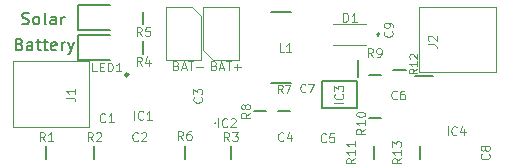
<source format=gbr>
%TF.GenerationSoftware,KiCad,Pcbnew,(6.0.2)*%
%TF.CreationDate,2022-03-10T12:52:18+01:00*%
%TF.ProjectId,SolarCharger,536f6c61-7243-4686-9172-6765722e6b69,rev?*%
%TF.SameCoordinates,Original*%
%TF.FileFunction,Legend,Top*%
%TF.FilePolarity,Positive*%
%FSLAX46Y46*%
G04 Gerber Fmt 4.6, Leading zero omitted, Abs format (unit mm)*
G04 Created by KiCad (PCBNEW (6.0.2)) date 2022-03-10 12:52:18*
%MOMM*%
%LPD*%
G01*
G04 APERTURE LIST*
%ADD10C,0.125000*%
%ADD11C,0.150000*%
%ADD12C,0.200000*%
%ADD13C,0.100000*%
%ADD14C,0.120000*%
%ADD15C,0.250000*%
G04 APERTURE END LIST*
D10*
X93082142Y-46346428D02*
X93189285Y-46382142D01*
X93225000Y-46417857D01*
X93260714Y-46489285D01*
X93260714Y-46596428D01*
X93225000Y-46667857D01*
X93189285Y-46703571D01*
X93117857Y-46739285D01*
X92832142Y-46739285D01*
X92832142Y-45989285D01*
X93082142Y-45989285D01*
X93153571Y-46025000D01*
X93189285Y-46060714D01*
X93225000Y-46132142D01*
X93225000Y-46203571D01*
X93189285Y-46275000D01*
X93153571Y-46310714D01*
X93082142Y-46346428D01*
X92832142Y-46346428D01*
X93546428Y-46525000D02*
X93903571Y-46525000D01*
X93475000Y-46739285D02*
X93725000Y-45989285D01*
X93975000Y-46739285D01*
X94117857Y-45989285D02*
X94546428Y-45989285D01*
X94332142Y-46739285D02*
X94332142Y-45989285D01*
X94796428Y-46453571D02*
X95367857Y-46453571D01*
D11*
X80038095Y-42804761D02*
X80180952Y-42852380D01*
X80419047Y-42852380D01*
X80514285Y-42804761D01*
X80561904Y-42757142D01*
X80609523Y-42661904D01*
X80609523Y-42566666D01*
X80561904Y-42471428D01*
X80514285Y-42423809D01*
X80419047Y-42376190D01*
X80228571Y-42328571D01*
X80133333Y-42280952D01*
X80085714Y-42233333D01*
X80038095Y-42138095D01*
X80038095Y-42042857D01*
X80085714Y-41947619D01*
X80133333Y-41900000D01*
X80228571Y-41852380D01*
X80466666Y-41852380D01*
X80609523Y-41900000D01*
X81180952Y-42852380D02*
X81085714Y-42804761D01*
X81038095Y-42757142D01*
X80990476Y-42661904D01*
X80990476Y-42376190D01*
X81038095Y-42280952D01*
X81085714Y-42233333D01*
X81180952Y-42185714D01*
X81323809Y-42185714D01*
X81419047Y-42233333D01*
X81466666Y-42280952D01*
X81514285Y-42376190D01*
X81514285Y-42661904D01*
X81466666Y-42757142D01*
X81419047Y-42804761D01*
X81323809Y-42852380D01*
X81180952Y-42852380D01*
X82085714Y-42852380D02*
X81990476Y-42804761D01*
X81942857Y-42709523D01*
X81942857Y-41852380D01*
X82895238Y-42852380D02*
X82895238Y-42328571D01*
X82847619Y-42233333D01*
X82752380Y-42185714D01*
X82561904Y-42185714D01*
X82466666Y-42233333D01*
X82895238Y-42804761D02*
X82800000Y-42852380D01*
X82561904Y-42852380D01*
X82466666Y-42804761D01*
X82419047Y-42709523D01*
X82419047Y-42614285D01*
X82466666Y-42519047D01*
X82561904Y-42471428D01*
X82800000Y-42471428D01*
X82895238Y-42423809D01*
X83371428Y-42852380D02*
X83371428Y-42185714D01*
X83371428Y-42376190D02*
X83419047Y-42280952D01*
X83466666Y-42233333D01*
X83561904Y-42185714D01*
X83657142Y-42185714D01*
X79828571Y-44528571D02*
X79971428Y-44576190D01*
X80019047Y-44623809D01*
X80066666Y-44719047D01*
X80066666Y-44861904D01*
X80019047Y-44957142D01*
X79971428Y-45004761D01*
X79876190Y-45052380D01*
X79495238Y-45052380D01*
X79495238Y-44052380D01*
X79828571Y-44052380D01*
X79923809Y-44100000D01*
X79971428Y-44147619D01*
X80019047Y-44242857D01*
X80019047Y-44338095D01*
X79971428Y-44433333D01*
X79923809Y-44480952D01*
X79828571Y-44528571D01*
X79495238Y-44528571D01*
X80923809Y-45052380D02*
X80923809Y-44528571D01*
X80876190Y-44433333D01*
X80780952Y-44385714D01*
X80590476Y-44385714D01*
X80495238Y-44433333D01*
X80923809Y-45004761D02*
X80828571Y-45052380D01*
X80590476Y-45052380D01*
X80495238Y-45004761D01*
X80447619Y-44909523D01*
X80447619Y-44814285D01*
X80495238Y-44719047D01*
X80590476Y-44671428D01*
X80828571Y-44671428D01*
X80923809Y-44623809D01*
X81257142Y-44385714D02*
X81638095Y-44385714D01*
X81400000Y-44052380D02*
X81400000Y-44909523D01*
X81447619Y-45004761D01*
X81542857Y-45052380D01*
X81638095Y-45052380D01*
X81828571Y-44385714D02*
X82209523Y-44385714D01*
X81971428Y-44052380D02*
X81971428Y-44909523D01*
X82019047Y-45004761D01*
X82114285Y-45052380D01*
X82209523Y-45052380D01*
X82923809Y-45004761D02*
X82828571Y-45052380D01*
X82638095Y-45052380D01*
X82542857Y-45004761D01*
X82495238Y-44909523D01*
X82495238Y-44528571D01*
X82542857Y-44433333D01*
X82638095Y-44385714D01*
X82828571Y-44385714D01*
X82923809Y-44433333D01*
X82971428Y-44528571D01*
X82971428Y-44623809D01*
X82495238Y-44719047D01*
X83400000Y-45052380D02*
X83400000Y-44385714D01*
X83400000Y-44576190D02*
X83447619Y-44480952D01*
X83495238Y-44433333D01*
X83590476Y-44385714D01*
X83685714Y-44385714D01*
X83923809Y-44385714D02*
X84161904Y-45052380D01*
X84400000Y-44385714D02*
X84161904Y-45052380D01*
X84066666Y-45290476D01*
X84019047Y-45338095D01*
X83923809Y-45385714D01*
D10*
X96282142Y-46346428D02*
X96389285Y-46382142D01*
X96425000Y-46417857D01*
X96460714Y-46489285D01*
X96460714Y-46596428D01*
X96425000Y-46667857D01*
X96389285Y-46703571D01*
X96317857Y-46739285D01*
X96032142Y-46739285D01*
X96032142Y-45989285D01*
X96282142Y-45989285D01*
X96353571Y-46025000D01*
X96389285Y-46060714D01*
X96425000Y-46132142D01*
X96425000Y-46203571D01*
X96389285Y-46275000D01*
X96353571Y-46310714D01*
X96282142Y-46346428D01*
X96032142Y-46346428D01*
X96746428Y-46525000D02*
X97103571Y-46525000D01*
X96675000Y-46739285D02*
X96925000Y-45989285D01*
X97175000Y-46739285D01*
X97317857Y-45989285D02*
X97746428Y-45989285D01*
X97532142Y-46739285D02*
X97532142Y-45989285D01*
X97996428Y-46453571D02*
X98567857Y-46453571D01*
X98282142Y-46739285D02*
X98282142Y-46167857D01*
%TO.C,R6*%
X93675000Y-52639285D02*
X93425000Y-52282142D01*
X93246428Y-52639285D02*
X93246428Y-51889285D01*
X93532142Y-51889285D01*
X93603571Y-51925000D01*
X93639285Y-51960714D01*
X93675000Y-52032142D01*
X93675000Y-52139285D01*
X93639285Y-52210714D01*
X93603571Y-52246428D01*
X93532142Y-52282142D01*
X93246428Y-52282142D01*
X94317857Y-51889285D02*
X94175000Y-51889285D01*
X94103571Y-51925000D01*
X94067857Y-51960714D01*
X93996428Y-52067857D01*
X93960714Y-52210714D01*
X93960714Y-52496428D01*
X93996428Y-52567857D01*
X94032142Y-52603571D01*
X94103571Y-52639285D01*
X94246428Y-52639285D01*
X94317857Y-52603571D01*
X94353571Y-52567857D01*
X94389285Y-52496428D01*
X94389285Y-52317857D01*
X94353571Y-52246428D01*
X94317857Y-52210714D01*
X94246428Y-52175000D01*
X94103571Y-52175000D01*
X94032142Y-52210714D01*
X93996428Y-52246428D01*
X93960714Y-52317857D01*
%TO.C,C1*%
X87075000Y-51067857D02*
X87039285Y-51103571D01*
X86932142Y-51139285D01*
X86860714Y-51139285D01*
X86753571Y-51103571D01*
X86682142Y-51032142D01*
X86646428Y-50960714D01*
X86610714Y-50817857D01*
X86610714Y-50710714D01*
X86646428Y-50567857D01*
X86682142Y-50496428D01*
X86753571Y-50425000D01*
X86860714Y-50389285D01*
X86932142Y-50389285D01*
X87039285Y-50425000D01*
X87075000Y-50460714D01*
X87789285Y-51139285D02*
X87360714Y-51139285D01*
X87575000Y-51139285D02*
X87575000Y-50389285D01*
X87503571Y-50496428D01*
X87432142Y-50567857D01*
X87360714Y-50603571D01*
%TO.C,C2*%
X89855000Y-52667857D02*
X89819285Y-52703571D01*
X89712142Y-52739285D01*
X89640714Y-52739285D01*
X89533571Y-52703571D01*
X89462142Y-52632142D01*
X89426428Y-52560714D01*
X89390714Y-52417857D01*
X89390714Y-52310714D01*
X89426428Y-52167857D01*
X89462142Y-52096428D01*
X89533571Y-52025000D01*
X89640714Y-51989285D01*
X89712142Y-51989285D01*
X89819285Y-52025000D01*
X89855000Y-52060714D01*
X90140714Y-52060714D02*
X90176428Y-52025000D01*
X90247857Y-51989285D01*
X90426428Y-51989285D01*
X90497857Y-52025000D01*
X90533571Y-52060714D01*
X90569285Y-52132142D01*
X90569285Y-52203571D01*
X90533571Y-52310714D01*
X90105000Y-52739285D01*
X90569285Y-52739285D01*
%TO.C,C3*%
X95217857Y-49025000D02*
X95253571Y-49060714D01*
X95289285Y-49167857D01*
X95289285Y-49239285D01*
X95253571Y-49346428D01*
X95182142Y-49417857D01*
X95110714Y-49453571D01*
X94967857Y-49489285D01*
X94860714Y-49489285D01*
X94717857Y-49453571D01*
X94646428Y-49417857D01*
X94575000Y-49346428D01*
X94539285Y-49239285D01*
X94539285Y-49167857D01*
X94575000Y-49060714D01*
X94610714Y-49025000D01*
X94539285Y-48775000D02*
X94539285Y-48310714D01*
X94825000Y-48560714D01*
X94825000Y-48453571D01*
X94860714Y-48382142D01*
X94896428Y-48346428D01*
X94967857Y-48310714D01*
X95146428Y-48310714D01*
X95217857Y-48346428D01*
X95253571Y-48382142D01*
X95289285Y-48453571D01*
X95289285Y-48667857D01*
X95253571Y-48739285D01*
X95217857Y-48775000D01*
%TO.C,C4*%
X102175000Y-52667857D02*
X102139285Y-52703571D01*
X102032142Y-52739285D01*
X101960714Y-52739285D01*
X101853571Y-52703571D01*
X101782142Y-52632142D01*
X101746428Y-52560714D01*
X101710714Y-52417857D01*
X101710714Y-52310714D01*
X101746428Y-52167857D01*
X101782142Y-52096428D01*
X101853571Y-52025000D01*
X101960714Y-51989285D01*
X102032142Y-51989285D01*
X102139285Y-52025000D01*
X102175000Y-52060714D01*
X102817857Y-52239285D02*
X102817857Y-52739285D01*
X102639285Y-51953571D02*
X102460714Y-52489285D01*
X102925000Y-52489285D01*
%TO.C,C5*%
X105775000Y-52767857D02*
X105739285Y-52803571D01*
X105632142Y-52839285D01*
X105560714Y-52839285D01*
X105453571Y-52803571D01*
X105382142Y-52732142D01*
X105346428Y-52660714D01*
X105310714Y-52517857D01*
X105310714Y-52410714D01*
X105346428Y-52267857D01*
X105382142Y-52196428D01*
X105453571Y-52125000D01*
X105560714Y-52089285D01*
X105632142Y-52089285D01*
X105739285Y-52125000D01*
X105775000Y-52160714D01*
X106453571Y-52089285D02*
X106096428Y-52089285D01*
X106060714Y-52446428D01*
X106096428Y-52410714D01*
X106167857Y-52375000D01*
X106346428Y-52375000D01*
X106417857Y-52410714D01*
X106453571Y-52446428D01*
X106489285Y-52517857D01*
X106489285Y-52696428D01*
X106453571Y-52767857D01*
X106417857Y-52803571D01*
X106346428Y-52839285D01*
X106167857Y-52839285D01*
X106096428Y-52803571D01*
X106060714Y-52767857D01*
%TO.C,C6*%
X111755000Y-49137857D02*
X111719285Y-49173571D01*
X111612142Y-49209285D01*
X111540714Y-49209285D01*
X111433571Y-49173571D01*
X111362142Y-49102142D01*
X111326428Y-49030714D01*
X111290714Y-48887857D01*
X111290714Y-48780714D01*
X111326428Y-48637857D01*
X111362142Y-48566428D01*
X111433571Y-48495000D01*
X111540714Y-48459285D01*
X111612142Y-48459285D01*
X111719285Y-48495000D01*
X111755000Y-48530714D01*
X112397857Y-48459285D02*
X112255000Y-48459285D01*
X112183571Y-48495000D01*
X112147857Y-48530714D01*
X112076428Y-48637857D01*
X112040714Y-48780714D01*
X112040714Y-49066428D01*
X112076428Y-49137857D01*
X112112142Y-49173571D01*
X112183571Y-49209285D01*
X112326428Y-49209285D01*
X112397857Y-49173571D01*
X112433571Y-49137857D01*
X112469285Y-49066428D01*
X112469285Y-48887857D01*
X112433571Y-48816428D01*
X112397857Y-48780714D01*
X112326428Y-48745000D01*
X112183571Y-48745000D01*
X112112142Y-48780714D01*
X112076428Y-48816428D01*
X112040714Y-48887857D01*
%TO.C,C7*%
X104023333Y-48540000D02*
X103990000Y-48573333D01*
X103890000Y-48606666D01*
X103823333Y-48606666D01*
X103723333Y-48573333D01*
X103656666Y-48506666D01*
X103623333Y-48440000D01*
X103590000Y-48306666D01*
X103590000Y-48206666D01*
X103623333Y-48073333D01*
X103656666Y-48006666D01*
X103723333Y-47940000D01*
X103823333Y-47906666D01*
X103890000Y-47906666D01*
X103990000Y-47940000D01*
X104023333Y-47973333D01*
X104256666Y-47906666D02*
X104723333Y-47906666D01*
X104423333Y-48606666D01*
%TO.C,C8*%
X119567857Y-53825000D02*
X119603571Y-53860714D01*
X119639285Y-53967857D01*
X119639285Y-54039285D01*
X119603571Y-54146428D01*
X119532142Y-54217857D01*
X119460714Y-54253571D01*
X119317857Y-54289285D01*
X119210714Y-54289285D01*
X119067857Y-54253571D01*
X118996428Y-54217857D01*
X118925000Y-54146428D01*
X118889285Y-54039285D01*
X118889285Y-53967857D01*
X118925000Y-53860714D01*
X118960714Y-53825000D01*
X119210714Y-53396428D02*
X119175000Y-53467857D01*
X119139285Y-53503571D01*
X119067857Y-53539285D01*
X119032142Y-53539285D01*
X118960714Y-53503571D01*
X118925000Y-53467857D01*
X118889285Y-53396428D01*
X118889285Y-53253571D01*
X118925000Y-53182142D01*
X118960714Y-53146428D01*
X119032142Y-53110714D01*
X119067857Y-53110714D01*
X119139285Y-53146428D01*
X119175000Y-53182142D01*
X119210714Y-53253571D01*
X119210714Y-53396428D01*
X119246428Y-53467857D01*
X119282142Y-53503571D01*
X119353571Y-53539285D01*
X119496428Y-53539285D01*
X119567857Y-53503571D01*
X119603571Y-53467857D01*
X119639285Y-53396428D01*
X119639285Y-53253571D01*
X119603571Y-53182142D01*
X119567857Y-53146428D01*
X119496428Y-53110714D01*
X119353571Y-53110714D01*
X119282142Y-53146428D01*
X119246428Y-53182142D01*
X119210714Y-53253571D01*
%TO.C,C9*%
X111367857Y-43425000D02*
X111403571Y-43460714D01*
X111439285Y-43567857D01*
X111439285Y-43639285D01*
X111403571Y-43746428D01*
X111332142Y-43817857D01*
X111260714Y-43853571D01*
X111117857Y-43889285D01*
X111010714Y-43889285D01*
X110867857Y-43853571D01*
X110796428Y-43817857D01*
X110725000Y-43746428D01*
X110689285Y-43639285D01*
X110689285Y-43567857D01*
X110725000Y-43460714D01*
X110760714Y-43425000D01*
X111439285Y-43067857D02*
X111439285Y-42925000D01*
X111403571Y-42853571D01*
X111367857Y-42817857D01*
X111260714Y-42746428D01*
X111117857Y-42710714D01*
X110832142Y-42710714D01*
X110760714Y-42746428D01*
X110725000Y-42782142D01*
X110689285Y-42853571D01*
X110689285Y-42996428D01*
X110725000Y-43067857D01*
X110760714Y-43103571D01*
X110832142Y-43139285D01*
X111010714Y-43139285D01*
X111082142Y-43103571D01*
X111117857Y-43067857D01*
X111153571Y-42996428D01*
X111153571Y-42853571D01*
X111117857Y-42782142D01*
X111082142Y-42746428D01*
X111010714Y-42710714D01*
%TO.C,D1*%
X107236428Y-42639285D02*
X107236428Y-41889285D01*
X107415000Y-41889285D01*
X107522142Y-41925000D01*
X107593571Y-41996428D01*
X107629285Y-42067857D01*
X107665000Y-42210714D01*
X107665000Y-42317857D01*
X107629285Y-42460714D01*
X107593571Y-42532142D01*
X107522142Y-42603571D01*
X107415000Y-42639285D01*
X107236428Y-42639285D01*
X108379285Y-42639285D02*
X107950714Y-42639285D01*
X108165000Y-42639285D02*
X108165000Y-41889285D01*
X108093571Y-41996428D01*
X108022142Y-42067857D01*
X107950714Y-42103571D01*
%TO.C,IC1*%
X89517857Y-50939285D02*
X89517857Y-50189285D01*
X90303571Y-50867857D02*
X90267857Y-50903571D01*
X90160714Y-50939285D01*
X90089285Y-50939285D01*
X89982142Y-50903571D01*
X89910714Y-50832142D01*
X89875000Y-50760714D01*
X89839285Y-50617857D01*
X89839285Y-50510714D01*
X89875000Y-50367857D01*
X89910714Y-50296428D01*
X89982142Y-50225000D01*
X90089285Y-50189285D01*
X90160714Y-50189285D01*
X90267857Y-50225000D01*
X90303571Y-50260714D01*
X91017857Y-50939285D02*
X90589285Y-50939285D01*
X90803571Y-50939285D02*
X90803571Y-50189285D01*
X90732142Y-50296428D01*
X90660714Y-50367857D01*
X90589285Y-50403571D01*
%TO.C,IC2*%
X96627857Y-51549285D02*
X96627857Y-50799285D01*
X97413571Y-51477857D02*
X97377857Y-51513571D01*
X97270714Y-51549285D01*
X97199285Y-51549285D01*
X97092142Y-51513571D01*
X97020714Y-51442142D01*
X96985000Y-51370714D01*
X96949285Y-51227857D01*
X96949285Y-51120714D01*
X96985000Y-50977857D01*
X97020714Y-50906428D01*
X97092142Y-50835000D01*
X97199285Y-50799285D01*
X97270714Y-50799285D01*
X97377857Y-50835000D01*
X97413571Y-50870714D01*
X97699285Y-50870714D02*
X97735000Y-50835000D01*
X97806428Y-50799285D01*
X97985000Y-50799285D01*
X98056428Y-50835000D01*
X98092142Y-50870714D01*
X98127857Y-50942142D01*
X98127857Y-51013571D01*
X98092142Y-51120714D01*
X97663571Y-51549285D01*
X98127857Y-51549285D01*
%TO.C,IC3*%
X107239285Y-49532142D02*
X106489285Y-49532142D01*
X107167857Y-48746428D02*
X107203571Y-48782142D01*
X107239285Y-48889285D01*
X107239285Y-48960714D01*
X107203571Y-49067857D01*
X107132142Y-49139285D01*
X107060714Y-49175000D01*
X106917857Y-49210714D01*
X106810714Y-49210714D01*
X106667857Y-49175000D01*
X106596428Y-49139285D01*
X106525000Y-49067857D01*
X106489285Y-48960714D01*
X106489285Y-48889285D01*
X106525000Y-48782142D01*
X106560714Y-48746428D01*
X106489285Y-48496428D02*
X106489285Y-48032142D01*
X106775000Y-48282142D01*
X106775000Y-48175000D01*
X106810714Y-48103571D01*
X106846428Y-48067857D01*
X106917857Y-48032142D01*
X107096428Y-48032142D01*
X107167857Y-48067857D01*
X107203571Y-48103571D01*
X107239285Y-48175000D01*
X107239285Y-48389285D01*
X107203571Y-48460714D01*
X107167857Y-48496428D01*
%TO.C,IC4*%
X116067857Y-52239285D02*
X116067857Y-51489285D01*
X116853571Y-52167857D02*
X116817857Y-52203571D01*
X116710714Y-52239285D01*
X116639285Y-52239285D01*
X116532142Y-52203571D01*
X116460714Y-52132142D01*
X116425000Y-52060714D01*
X116389285Y-51917857D01*
X116389285Y-51810714D01*
X116425000Y-51667857D01*
X116460714Y-51596428D01*
X116532142Y-51525000D01*
X116639285Y-51489285D01*
X116710714Y-51489285D01*
X116817857Y-51525000D01*
X116853571Y-51560714D01*
X117496428Y-51739285D02*
X117496428Y-52239285D01*
X117317857Y-51453571D02*
X117139285Y-51989285D01*
X117603571Y-51989285D01*
%TO.C,J1*%
X83789285Y-49050000D02*
X84325000Y-49050000D01*
X84432142Y-49085714D01*
X84503571Y-49157142D01*
X84539285Y-49264285D01*
X84539285Y-49335714D01*
X84539285Y-48300000D02*
X84539285Y-48728571D01*
X84539285Y-48514285D02*
X83789285Y-48514285D01*
X83896428Y-48585714D01*
X83967857Y-48657142D01*
X84003571Y-48728571D01*
%TO.C,J2*%
X114389285Y-44550000D02*
X114925000Y-44550000D01*
X115032142Y-44585714D01*
X115103571Y-44657142D01*
X115139285Y-44764285D01*
X115139285Y-44835714D01*
X114460714Y-44228571D02*
X114425000Y-44192857D01*
X114389285Y-44121428D01*
X114389285Y-43942857D01*
X114425000Y-43871428D01*
X114460714Y-43835714D01*
X114532142Y-43800000D01*
X114603571Y-43800000D01*
X114710714Y-43835714D01*
X115139285Y-44264285D01*
X115139285Y-43800000D01*
%TO.C,L1*%
X102202000Y-45176285D02*
X101844857Y-45176285D01*
X101844857Y-44426285D01*
X102844857Y-45176285D02*
X102416285Y-45176285D01*
X102630571Y-45176285D02*
X102630571Y-44426285D01*
X102559142Y-44533428D01*
X102487714Y-44604857D01*
X102416285Y-44640571D01*
%TO.C,LED1*%
X86360714Y-46839285D02*
X86003571Y-46839285D01*
X86003571Y-46089285D01*
X86610714Y-46446428D02*
X86860714Y-46446428D01*
X86967857Y-46839285D02*
X86610714Y-46839285D01*
X86610714Y-46089285D01*
X86967857Y-46089285D01*
X87289285Y-46839285D02*
X87289285Y-46089285D01*
X87467857Y-46089285D01*
X87575000Y-46125000D01*
X87646428Y-46196428D01*
X87682142Y-46267857D01*
X87717857Y-46410714D01*
X87717857Y-46517857D01*
X87682142Y-46660714D01*
X87646428Y-46732142D01*
X87575000Y-46803571D01*
X87467857Y-46839285D01*
X87289285Y-46839285D01*
X88432142Y-46839285D02*
X88003571Y-46839285D01*
X88217857Y-46839285D02*
X88217857Y-46089285D01*
X88146428Y-46196428D01*
X88075000Y-46267857D01*
X88003571Y-46303571D01*
%TO.C,R1*%
X81975000Y-52739285D02*
X81725000Y-52382142D01*
X81546428Y-52739285D02*
X81546428Y-51989285D01*
X81832142Y-51989285D01*
X81903571Y-52025000D01*
X81939285Y-52060714D01*
X81975000Y-52132142D01*
X81975000Y-52239285D01*
X81939285Y-52310714D01*
X81903571Y-52346428D01*
X81832142Y-52382142D01*
X81546428Y-52382142D01*
X82689285Y-52739285D02*
X82260714Y-52739285D01*
X82475000Y-52739285D02*
X82475000Y-51989285D01*
X82403571Y-52096428D01*
X82332142Y-52167857D01*
X82260714Y-52203571D01*
%TO.C,R2*%
X86035000Y-52739285D02*
X85785000Y-52382142D01*
X85606428Y-52739285D02*
X85606428Y-51989285D01*
X85892142Y-51989285D01*
X85963571Y-52025000D01*
X85999285Y-52060714D01*
X86035000Y-52132142D01*
X86035000Y-52239285D01*
X85999285Y-52310714D01*
X85963571Y-52346428D01*
X85892142Y-52382142D01*
X85606428Y-52382142D01*
X86320714Y-52060714D02*
X86356428Y-52025000D01*
X86427857Y-51989285D01*
X86606428Y-51989285D01*
X86677857Y-52025000D01*
X86713571Y-52060714D01*
X86749285Y-52132142D01*
X86749285Y-52203571D01*
X86713571Y-52310714D01*
X86285000Y-52739285D01*
X86749285Y-52739285D01*
%TO.C,R3*%
X97575000Y-52739285D02*
X97325000Y-52382142D01*
X97146428Y-52739285D02*
X97146428Y-51989285D01*
X97432142Y-51989285D01*
X97503571Y-52025000D01*
X97539285Y-52060714D01*
X97575000Y-52132142D01*
X97575000Y-52239285D01*
X97539285Y-52310714D01*
X97503571Y-52346428D01*
X97432142Y-52382142D01*
X97146428Y-52382142D01*
X97825000Y-51989285D02*
X98289285Y-51989285D01*
X98039285Y-52275000D01*
X98146428Y-52275000D01*
X98217857Y-52310714D01*
X98253571Y-52346428D01*
X98289285Y-52417857D01*
X98289285Y-52596428D01*
X98253571Y-52667857D01*
X98217857Y-52703571D01*
X98146428Y-52739285D01*
X97932142Y-52739285D01*
X97860714Y-52703571D01*
X97825000Y-52667857D01*
%TO.C,R4*%
X90175000Y-46339285D02*
X89925000Y-45982142D01*
X89746428Y-46339285D02*
X89746428Y-45589285D01*
X90032142Y-45589285D01*
X90103571Y-45625000D01*
X90139285Y-45660714D01*
X90175000Y-45732142D01*
X90175000Y-45839285D01*
X90139285Y-45910714D01*
X90103571Y-45946428D01*
X90032142Y-45982142D01*
X89746428Y-45982142D01*
X90817857Y-45839285D02*
X90817857Y-46339285D01*
X90639285Y-45553571D02*
X90460714Y-46089285D01*
X90925000Y-46089285D01*
%TO.C,R5*%
X90175000Y-43839285D02*
X89925000Y-43482142D01*
X89746428Y-43839285D02*
X89746428Y-43089285D01*
X90032142Y-43089285D01*
X90103571Y-43125000D01*
X90139285Y-43160714D01*
X90175000Y-43232142D01*
X90175000Y-43339285D01*
X90139285Y-43410714D01*
X90103571Y-43446428D01*
X90032142Y-43482142D01*
X89746428Y-43482142D01*
X90853571Y-43089285D02*
X90496428Y-43089285D01*
X90460714Y-43446428D01*
X90496428Y-43410714D01*
X90567857Y-43375000D01*
X90746428Y-43375000D01*
X90817857Y-43410714D01*
X90853571Y-43446428D01*
X90889285Y-43517857D01*
X90889285Y-43696428D01*
X90853571Y-43767857D01*
X90817857Y-43803571D01*
X90746428Y-43839285D01*
X90567857Y-43839285D01*
X90496428Y-43803571D01*
X90460714Y-43767857D01*
%TO.C,R7*%
X102101666Y-48624047D02*
X101885000Y-48314523D01*
X101730238Y-48624047D02*
X101730238Y-47974047D01*
X101977857Y-47974047D01*
X102039761Y-48005000D01*
X102070714Y-48035952D01*
X102101666Y-48097857D01*
X102101666Y-48190714D01*
X102070714Y-48252619D01*
X102039761Y-48283571D01*
X101977857Y-48314523D01*
X101730238Y-48314523D01*
X102318333Y-47974047D02*
X102751666Y-47974047D01*
X102473095Y-48624047D01*
%TO.C,R8*%
X99349285Y-50325000D02*
X98992142Y-50575000D01*
X99349285Y-50753571D02*
X98599285Y-50753571D01*
X98599285Y-50467857D01*
X98635000Y-50396428D01*
X98670714Y-50360714D01*
X98742142Y-50325000D01*
X98849285Y-50325000D01*
X98920714Y-50360714D01*
X98956428Y-50396428D01*
X98992142Y-50467857D01*
X98992142Y-50753571D01*
X98920714Y-49896428D02*
X98885000Y-49967857D01*
X98849285Y-50003571D01*
X98777857Y-50039285D01*
X98742142Y-50039285D01*
X98670714Y-50003571D01*
X98635000Y-49967857D01*
X98599285Y-49896428D01*
X98599285Y-49753571D01*
X98635000Y-49682142D01*
X98670714Y-49646428D01*
X98742142Y-49610714D01*
X98777857Y-49610714D01*
X98849285Y-49646428D01*
X98885000Y-49682142D01*
X98920714Y-49753571D01*
X98920714Y-49896428D01*
X98956428Y-49967857D01*
X98992142Y-50003571D01*
X99063571Y-50039285D01*
X99206428Y-50039285D01*
X99277857Y-50003571D01*
X99313571Y-49967857D01*
X99349285Y-49896428D01*
X99349285Y-49753571D01*
X99313571Y-49682142D01*
X99277857Y-49646428D01*
X99206428Y-49610714D01*
X99063571Y-49610714D01*
X98992142Y-49646428D01*
X98956428Y-49682142D01*
X98920714Y-49753571D01*
%TO.C,R9*%
X109765000Y-45609285D02*
X109515000Y-45252142D01*
X109336428Y-45609285D02*
X109336428Y-44859285D01*
X109622142Y-44859285D01*
X109693571Y-44895000D01*
X109729285Y-44930714D01*
X109765000Y-45002142D01*
X109765000Y-45109285D01*
X109729285Y-45180714D01*
X109693571Y-45216428D01*
X109622142Y-45252142D01*
X109336428Y-45252142D01*
X110122142Y-45609285D02*
X110265000Y-45609285D01*
X110336428Y-45573571D01*
X110372142Y-45537857D01*
X110443571Y-45430714D01*
X110479285Y-45287857D01*
X110479285Y-45002142D01*
X110443571Y-44930714D01*
X110407857Y-44895000D01*
X110336428Y-44859285D01*
X110193571Y-44859285D01*
X110122142Y-44895000D01*
X110086428Y-44930714D01*
X110050714Y-45002142D01*
X110050714Y-45180714D01*
X110086428Y-45252142D01*
X110122142Y-45287857D01*
X110193571Y-45323571D01*
X110336428Y-45323571D01*
X110407857Y-45287857D01*
X110443571Y-45252142D01*
X110479285Y-45180714D01*
%TO.C,R10*%
X109089285Y-51682142D02*
X108732142Y-51932142D01*
X109089285Y-52110714D02*
X108339285Y-52110714D01*
X108339285Y-51825000D01*
X108375000Y-51753571D01*
X108410714Y-51717857D01*
X108482142Y-51682142D01*
X108589285Y-51682142D01*
X108660714Y-51717857D01*
X108696428Y-51753571D01*
X108732142Y-51825000D01*
X108732142Y-52110714D01*
X109089285Y-50967857D02*
X109089285Y-51396428D01*
X109089285Y-51182142D02*
X108339285Y-51182142D01*
X108446428Y-51253571D01*
X108517857Y-51325000D01*
X108553571Y-51396428D01*
X108339285Y-50503571D02*
X108339285Y-50432142D01*
X108375000Y-50360714D01*
X108410714Y-50325000D01*
X108482142Y-50289285D01*
X108625000Y-50253571D01*
X108803571Y-50253571D01*
X108946428Y-50289285D01*
X109017857Y-50325000D01*
X109053571Y-50360714D01*
X109089285Y-50432142D01*
X109089285Y-50503571D01*
X109053571Y-50575000D01*
X109017857Y-50610714D01*
X108946428Y-50646428D01*
X108803571Y-50682142D01*
X108625000Y-50682142D01*
X108482142Y-50646428D01*
X108410714Y-50610714D01*
X108375000Y-50575000D01*
X108339285Y-50503571D01*
%TO.C,R11*%
X108239285Y-54182142D02*
X107882142Y-54432142D01*
X108239285Y-54610714D02*
X107489285Y-54610714D01*
X107489285Y-54325000D01*
X107525000Y-54253571D01*
X107560714Y-54217857D01*
X107632142Y-54182142D01*
X107739285Y-54182142D01*
X107810714Y-54217857D01*
X107846428Y-54253571D01*
X107882142Y-54325000D01*
X107882142Y-54610714D01*
X108239285Y-53467857D02*
X108239285Y-53896428D01*
X108239285Y-53682142D02*
X107489285Y-53682142D01*
X107596428Y-53753571D01*
X107667857Y-53825000D01*
X107703571Y-53896428D01*
X108239285Y-52753571D02*
X108239285Y-53182142D01*
X108239285Y-52967857D02*
X107489285Y-52967857D01*
X107596428Y-53039285D01*
X107667857Y-53110714D01*
X107703571Y-53182142D01*
%TO.C,R12*%
X113484047Y-46607857D02*
X113174523Y-46824523D01*
X113484047Y-46979285D02*
X112834047Y-46979285D01*
X112834047Y-46731666D01*
X112865000Y-46669761D01*
X112895952Y-46638809D01*
X112957857Y-46607857D01*
X113050714Y-46607857D01*
X113112619Y-46638809D01*
X113143571Y-46669761D01*
X113174523Y-46731666D01*
X113174523Y-46979285D01*
X113484047Y-45988809D02*
X113484047Y-46360238D01*
X113484047Y-46174523D02*
X112834047Y-46174523D01*
X112926904Y-46236428D01*
X112988809Y-46298333D01*
X113019761Y-46360238D01*
X112895952Y-45741190D02*
X112865000Y-45710238D01*
X112834047Y-45648333D01*
X112834047Y-45493571D01*
X112865000Y-45431666D01*
X112895952Y-45400714D01*
X112957857Y-45369761D01*
X113019761Y-45369761D01*
X113112619Y-45400714D01*
X113484047Y-45772142D01*
X113484047Y-45369761D01*
%TO.C,R13*%
X112139285Y-54182142D02*
X111782142Y-54432142D01*
X112139285Y-54610714D02*
X111389285Y-54610714D01*
X111389285Y-54325000D01*
X111425000Y-54253571D01*
X111460714Y-54217857D01*
X111532142Y-54182142D01*
X111639285Y-54182142D01*
X111710714Y-54217857D01*
X111746428Y-54253571D01*
X111782142Y-54325000D01*
X111782142Y-54610714D01*
X112139285Y-53467857D02*
X112139285Y-53896428D01*
X112139285Y-53682142D02*
X111389285Y-53682142D01*
X111496428Y-53753571D01*
X111567857Y-53825000D01*
X111603571Y-53896428D01*
X111389285Y-53217857D02*
X111389285Y-52753571D01*
X111675000Y-53003571D01*
X111675000Y-52896428D01*
X111710714Y-52825000D01*
X111746428Y-52789285D01*
X111817857Y-52753571D01*
X111996428Y-52753571D01*
X112067857Y-52789285D01*
X112103571Y-52825000D01*
X112139285Y-52896428D01*
X112139285Y-53110714D01*
X112103571Y-53182142D01*
X112067857Y-53217857D01*
D12*
%TO.C,R6*%
X93800000Y-54225000D02*
X93800000Y-53175000D01*
D13*
%TO.C,D1*%
X109200000Y-44600000D02*
X106400000Y-44600000D01*
D12*
X110200000Y-43600000D02*
X110200000Y-43600000D01*
D13*
X109200000Y-42800000D02*
X106400000Y-42800000D01*
D12*
X110200000Y-43800000D02*
X110200000Y-43800000D01*
X110200000Y-43600000D02*
G75*
G03*
X110200000Y-43800000I0J-100000D01*
G01*
X110200000Y-43800000D02*
G75*
G03*
X110200000Y-43600000I0J100000D01*
G01*
D14*
%TO.C,H1*%
X98400000Y-45850000D02*
X96200000Y-45850000D01*
X95400000Y-41350000D02*
X98400000Y-41350000D01*
X98400000Y-41350000D02*
X98400000Y-45850000D01*
X95400000Y-45050000D02*
X95400000Y-41350000D01*
X96200000Y-45850000D02*
X95400000Y-45050000D01*
%TO.C,H2*%
X92200000Y-41350000D02*
X94400000Y-41350000D01*
X94400000Y-41350000D02*
X95200000Y-42150000D01*
X92200000Y-45850000D02*
X92200000Y-41350000D01*
X95200000Y-45850000D02*
X92200000Y-45850000D01*
X95200000Y-42150000D02*
X95200000Y-45850000D01*
D15*
%TO.C,IC1*%
X89025000Y-47117500D02*
G75*
G03*
X89025000Y-47117500I-125000J0D01*
G01*
D13*
%TO.C,IC2*%
X96350000Y-51230000D02*
X96350000Y-51230000D01*
X96350000Y-51130000D02*
X96350000Y-51130000D01*
X96350000Y-51230000D02*
G75*
G03*
X96350000Y-51130000I0J50000D01*
G01*
X96350000Y-51130000D02*
G75*
G03*
X96350000Y-51230000I0J-50000D01*
G01*
D12*
%TO.C,IC3*%
X108400000Y-49950000D02*
X105400000Y-49950000D01*
X105400000Y-49950000D02*
X105400000Y-47650000D01*
X108450000Y-45900000D02*
X108450000Y-47300000D01*
X108400000Y-47650000D02*
X108400000Y-49950000D01*
X105400000Y-47650000D02*
X108400000Y-47650000D01*
%TO.C,IC4*%
X113325000Y-47220000D02*
X114850000Y-47220000D01*
D13*
%TO.C,J1*%
X85750000Y-45960000D02*
X85750000Y-51500000D01*
X79250000Y-45960000D02*
X85750000Y-45960000D01*
X79250000Y-51500000D02*
X79250000Y-45960000D01*
X85750000Y-51500000D02*
X79250000Y-51500000D01*
%TO.C,J2*%
X120150000Y-41360000D02*
X120150000Y-46900000D01*
X113650000Y-41360000D02*
X120150000Y-41360000D01*
X113650000Y-46900000D02*
X113650000Y-41360000D01*
X120150000Y-46900000D02*
X113650000Y-46900000D01*
D12*
%TO.C,L1*%
X102850000Y-41800000D02*
X101150000Y-41800000D01*
X102850000Y-47800000D02*
X101150000Y-47800000D01*
%TO.C,LED1*%
X87500000Y-43750000D02*
X84800000Y-43750000D01*
X84800000Y-45850000D02*
X87500000Y-45850000D01*
X84800000Y-43750000D02*
X84800000Y-45850000D01*
%TO.C,LED2*%
X87500000Y-41250000D02*
X84800000Y-41250000D01*
X84800000Y-41250000D02*
X84800000Y-43350000D01*
X84800000Y-43350000D02*
X87500000Y-43350000D01*
%TO.C,R1*%
X82100000Y-53175000D02*
X82100000Y-54225000D01*
%TO.C,R2*%
X86160000Y-53175000D02*
X86160000Y-54225000D01*
%TO.C,R3*%
X97700000Y-54225000D02*
X97700000Y-53175000D01*
%TO.C,R4*%
X90300000Y-45325000D02*
X90300000Y-44275000D01*
%TO.C,R5*%
X90300000Y-42825000D02*
X90300000Y-41775000D01*
%TO.C,R7*%
X102745000Y-50150000D02*
X101695000Y-50150000D01*
%TO.C,R8*%
X100725000Y-50150000D02*
X99675000Y-50150000D01*
%TO.C,R9*%
X110425000Y-47150000D02*
X109375000Y-47150000D01*
%TO.C,R10*%
X109375000Y-50800000D02*
X110425000Y-50800000D01*
%TO.C,R11*%
X109800000Y-53175000D02*
X109800000Y-54225000D01*
%TO.C,R12*%
X112525000Y-46700000D02*
X111475000Y-46700000D01*
%TO.C,R13*%
X113700000Y-54225000D02*
X113700000Y-53175000D01*
%TD*%
M02*

</source>
